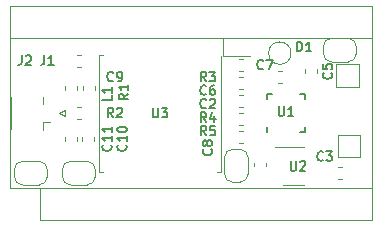
<source format=gbr>
%TF.GenerationSoftware,KiCad,Pcbnew,5.1.9+dfsg1-1~bpo10+1*%
%TF.CreationDate,Date%
%TF.ProjectId,POS,504f532e-6b69-4636-9164-5f7063625858,v3.4*%
%TF.SameCoordinates,Original*%
%TF.FileFunction,Legend,Top*%
%TF.FilePolarity,Positive*%
%FSLAX46Y46*%
G04 Gerber Fmt 4.6, Leading zero omitted, Abs format (unit mm)*
G04 Created by KiCad*
%MOMM*%
%LPD*%
G01*
G04 APERTURE LIST*
%ADD10C,0.120000*%
%ADD11C,0.150000*%
%ADD12C,0.200000*%
G04 APERTURE END LIST*
D10*
%TO.C,R5*%
X18125221Y6098000D02*
X18450779Y6098000D01*
X18125221Y5078000D02*
X18450779Y5078000D01*
%TO.C,R4*%
X18125221Y7622000D02*
X18450779Y7622000D01*
X18125221Y6602000D02*
X18450779Y6602000D01*
%TO.C,R3*%
X18450779Y11174000D02*
X18125221Y11174000D01*
X18450779Y12194000D02*
X18125221Y12194000D01*
%TO.C,R2*%
X4409221Y8130000D02*
X4734779Y8130000D01*
X4409221Y7110000D02*
X4734779Y7110000D01*
%TO.C,R1*%
X5971000Y9941779D02*
X5971000Y9616221D01*
X4951000Y9941779D02*
X4951000Y9616221D01*
%TO.C,L1*%
X4447000Y9941779D02*
X4447000Y9616221D01*
X3427000Y9941779D02*
X3427000Y9616221D01*
%TO.C,C11*%
X4447000Y5623779D02*
X4447000Y5298221D01*
X3427000Y5623779D02*
X3427000Y5298221D01*
%TO.C,C10*%
X5844000Y5623779D02*
X5844000Y5298221D01*
X4824000Y5623779D02*
X4824000Y5298221D01*
%TO.C,C9*%
X4757779Y11555000D02*
X4432221Y11555000D01*
X4757779Y12575000D02*
X4432221Y12575000D01*
%TO.C,C7*%
X21752779Y10158000D02*
X21427221Y10158000D01*
X21752779Y11178000D02*
X21427221Y11178000D01*
%TO.C,C6*%
X18450779Y9650000D02*
X18125221Y9650000D01*
X18450779Y10670000D02*
X18125221Y10670000D01*
%TO.C,C5*%
X23747000Y11013221D02*
X23747000Y11338779D01*
X24767000Y11013221D02*
X24767000Y11338779D01*
%TO.C,C3*%
X26507221Y3050000D02*
X26832779Y3050000D01*
X26507221Y2030000D02*
X26832779Y2030000D01*
%TO.C,C2*%
X18450779Y8126000D02*
X18125221Y8126000D01*
X18450779Y9146000D02*
X18125221Y9146000D01*
%TO.C,A1*%
X1270000Y-1420000D02*
X29360000Y-1420000D01*
X-1270000Y13970000D02*
X29360000Y13970000D01*
X1270000Y1270000D02*
X1270000Y-1420000D01*
X-1270000Y1270000D02*
X29360000Y1270000D01*
X29360000Y-1420000D02*
X29360000Y16660000D01*
X29360000Y16660000D02*
X-1270000Y16660000D01*
X-1270000Y16660000D02*
X-1270000Y1270000D01*
%TO.C,U2*%
X21833000Y1504000D02*
X23633000Y1504000D01*
X23633000Y4724000D02*
X21183000Y4724000D01*
%TO.C,TP4*%
X22540000Y12700000D02*
G75*
G03*
X22540000Y12700000I-950000J0D01*
G01*
%TO.C,JP1*%
X25270000Y12654000D02*
X25270000Y13254000D01*
X27370000Y11954000D02*
X25970000Y11954000D01*
X28070000Y13254000D02*
X28070000Y12654000D01*
X25970000Y13954000D02*
X27370000Y13954000D01*
X25270000Y13254000D02*
G75*
G02*
X25970000Y13954000I700000J0D01*
G01*
X25970000Y11954000D02*
G75*
G02*
X25270000Y12654000I0J700000D01*
G01*
X28070000Y12654000D02*
G75*
G02*
X27370000Y11954000I-700000J0D01*
G01*
X27370000Y13954000D02*
G75*
G02*
X28070000Y13254000I0J-700000D01*
G01*
%TO.C,JP3*%
X5972000Y2840000D02*
X5972000Y2240000D01*
X3872000Y3540000D02*
X5272000Y3540000D01*
X3172000Y2240000D02*
X3172000Y2840000D01*
X5272000Y1540000D02*
X3872000Y1540000D01*
X5972000Y2240000D02*
G75*
G02*
X5272000Y1540000I-700000J0D01*
G01*
X5272000Y3540000D02*
G75*
G02*
X5972000Y2840000I0J-700000D01*
G01*
X3172000Y2840000D02*
G75*
G02*
X3872000Y3540000I700000J0D01*
G01*
X3872000Y1540000D02*
G75*
G02*
X3172000Y2240000I0J700000D01*
G01*
%TO.C,JP4*%
X18207000Y1775000D02*
X17607000Y1775000D01*
X18907000Y3875000D02*
X18907000Y2475000D01*
X17607000Y4575000D02*
X18207000Y4575000D01*
X16907000Y2475000D02*
X16907000Y3875000D01*
X17607000Y1775000D02*
G75*
G02*
X16907000Y2475000I0J700000D01*
G01*
X18907000Y2475000D02*
G75*
G02*
X18207000Y1775000I-700000J0D01*
G01*
X18207000Y4575000D02*
G75*
G02*
X18907000Y3875000I0J-700000D01*
G01*
X16907000Y3875000D02*
G75*
G02*
X17607000Y4575000I700000J0D01*
G01*
%TO.C,TP6*%
X26482000Y5776000D02*
X28382000Y5776000D01*
X28382000Y5776000D02*
X28382000Y3876000D01*
X28382000Y3876000D02*
X26482000Y3876000D01*
X26482000Y3876000D02*
X26482000Y5776000D01*
%TO.C,TP5*%
X28255000Y11745000D02*
X28255000Y9845000D01*
X28255000Y9845000D02*
X26355000Y9845000D01*
X26355000Y9845000D02*
X26355000Y11745000D01*
X26355000Y11745000D02*
X28255000Y11745000D01*
D11*
%TO.C,U1*%
X20498000Y6020000D02*
X20498000Y6420000D01*
X20498000Y9220000D02*
X20498000Y8820000D01*
X20498000Y9220000D02*
X20898000Y9220000D01*
X23698000Y9220000D02*
X23698000Y8820000D01*
X23698000Y9220000D02*
X23298000Y9220000D01*
X23698000Y6020000D02*
X23698000Y6420000D01*
X23698000Y6020000D02*
X23298000Y6020000D01*
D10*
%TO.C,JP2*%
X1908000Y2840000D02*
X1908000Y2240000D01*
X-192000Y3540000D02*
X1208000Y3540000D01*
X-892000Y2240000D02*
X-892000Y2840000D01*
X1208000Y1540000D02*
X-192000Y1540000D01*
X1908000Y2240000D02*
G75*
G02*
X1208000Y1540000I-700000J0D01*
G01*
X1208000Y3540000D02*
G75*
G02*
X1908000Y2840000I0J-700000D01*
G01*
X-892000Y2840000D02*
G75*
G02*
X-192000Y3540000I700000J0D01*
G01*
X-192000Y1540000D02*
G75*
G02*
X-892000Y2240000I0J700000D01*
G01*
%TO.C,J1*%
X1520000Y6220000D02*
X1520000Y6860000D01*
X1520000Y9020000D02*
X1520000Y8380000D01*
X1520000Y6860000D02*
X2150000Y6860000D01*
X-1200000Y6270000D02*
X-1200000Y8970000D01*
%TO.C,D1*%
X19088000Y13943000D02*
X16803000Y13943000D01*
X16803000Y13943000D02*
X16803000Y12473000D01*
X16803000Y12473000D02*
X19088000Y12473000D01*
%TO.C,C8*%
X20449000Y3439279D02*
X20449000Y3113721D01*
X19429000Y3439279D02*
X19429000Y3113721D01*
%TO.C,J2*%
X3395000Y7870000D02*
X2895000Y7620000D01*
X3395000Y7370000D02*
X3395000Y7870000D01*
X2895000Y7620000D02*
X3395000Y7370000D01*
%TO.C,U3*%
X16590000Y2660000D02*
X16250000Y2660000D01*
X6610000Y12580000D02*
X6270000Y12580000D01*
X6610000Y2660000D02*
X6270000Y2660000D01*
X6270000Y12580000D02*
X6270000Y2660000D01*
X16590000Y12470000D02*
X16590000Y2660000D01*
%TD*%
%TO.C,R5*%
D12*
X15360666Y5734096D02*
X15094000Y6115048D01*
X14903523Y5734096D02*
X14903523Y6534096D01*
X15208285Y6534096D01*
X15284476Y6496000D01*
X15322571Y6457905D01*
X15360666Y6381715D01*
X15360666Y6267429D01*
X15322571Y6191239D01*
X15284476Y6153143D01*
X15208285Y6115048D01*
X14903523Y6115048D01*
X16084476Y6534096D02*
X15703523Y6534096D01*
X15665428Y6153143D01*
X15703523Y6191239D01*
X15779714Y6229334D01*
X15970190Y6229334D01*
X16046380Y6191239D01*
X16084476Y6153143D01*
X16122571Y6076953D01*
X16122571Y5886477D01*
X16084476Y5810286D01*
X16046380Y5772191D01*
X15970190Y5734096D01*
X15779714Y5734096D01*
X15703523Y5772191D01*
X15665428Y5810286D01*
%TO.C,R4*%
X15360666Y6877096D02*
X15094000Y7258048D01*
X14903523Y6877096D02*
X14903523Y7677096D01*
X15208285Y7677096D01*
X15284476Y7639000D01*
X15322571Y7600905D01*
X15360666Y7524715D01*
X15360666Y7410429D01*
X15322571Y7334239D01*
X15284476Y7296143D01*
X15208285Y7258048D01*
X14903523Y7258048D01*
X16046380Y7410429D02*
X16046380Y6877096D01*
X15855904Y7715191D02*
X15665428Y7143762D01*
X16160666Y7143762D01*
%TO.C,R3*%
X15360666Y10306096D02*
X15094000Y10687048D01*
X14903523Y10306096D02*
X14903523Y11106096D01*
X15208285Y11106096D01*
X15284476Y11068000D01*
X15322571Y11029905D01*
X15360666Y10953715D01*
X15360666Y10839429D01*
X15322571Y10763239D01*
X15284476Y10725143D01*
X15208285Y10687048D01*
X14903523Y10687048D01*
X15627333Y11106096D02*
X16122571Y11106096D01*
X15855904Y10801334D01*
X15970190Y10801334D01*
X16046380Y10763239D01*
X16084476Y10725143D01*
X16122571Y10648953D01*
X16122571Y10458477D01*
X16084476Y10382286D01*
X16046380Y10344191D01*
X15970190Y10306096D01*
X15741619Y10306096D01*
X15665428Y10344191D01*
X15627333Y10382286D01*
%TO.C,R2*%
X7486666Y7258096D02*
X7220000Y7639048D01*
X7029523Y7258096D02*
X7029523Y8058096D01*
X7334285Y8058096D01*
X7410476Y8020000D01*
X7448571Y7981905D01*
X7486666Y7905715D01*
X7486666Y7791429D01*
X7448571Y7715239D01*
X7410476Y7677143D01*
X7334285Y7639048D01*
X7029523Y7639048D01*
X7791428Y7981905D02*
X7829523Y8020000D01*
X7905714Y8058096D01*
X8096190Y8058096D01*
X8172380Y8020000D01*
X8210476Y7981905D01*
X8248571Y7905715D01*
X8248571Y7829524D01*
X8210476Y7715239D01*
X7753333Y7258096D01*
X8248571Y7258096D01*
%TO.C,R1*%
X8743904Y9264667D02*
X8362952Y8998000D01*
X8743904Y8807524D02*
X7943904Y8807524D01*
X7943904Y9112286D01*
X7982000Y9188477D01*
X8020095Y9226572D01*
X8096285Y9264667D01*
X8210571Y9264667D01*
X8286761Y9226572D01*
X8324857Y9188477D01*
X8362952Y9112286D01*
X8362952Y8807524D01*
X8743904Y10026572D02*
X8743904Y9569429D01*
X8743904Y9798000D02*
X7943904Y9798000D01*
X8058190Y9721810D01*
X8134380Y9645620D01*
X8172476Y9569429D01*
%TO.C,L1*%
X7346904Y9137667D02*
X7346904Y8756715D01*
X6546904Y8756715D01*
X7346904Y9823381D02*
X7346904Y9366239D01*
X7346904Y9594810D02*
X6546904Y9594810D01*
X6661190Y9518620D01*
X6737380Y9442429D01*
X6775476Y9366239D01*
%TO.C,C11*%
X7270714Y4946715D02*
X7308809Y4908620D01*
X7346904Y4794334D01*
X7346904Y4718143D01*
X7308809Y4603858D01*
X7232619Y4527667D01*
X7156428Y4489572D01*
X7004047Y4451477D01*
X6889761Y4451477D01*
X6737380Y4489572D01*
X6661190Y4527667D01*
X6585000Y4603858D01*
X6546904Y4718143D01*
X6546904Y4794334D01*
X6585000Y4908620D01*
X6623095Y4946715D01*
X7346904Y5708620D02*
X7346904Y5251477D01*
X7346904Y5480048D02*
X6546904Y5480048D01*
X6661190Y5403858D01*
X6737380Y5327667D01*
X6775476Y5251477D01*
X7346904Y6470524D02*
X7346904Y6013381D01*
X7346904Y6241953D02*
X6546904Y6241953D01*
X6661190Y6165762D01*
X6737380Y6089572D01*
X6775476Y6013381D01*
%TO.C,C10*%
X8540714Y4946715D02*
X8578809Y4908620D01*
X8616904Y4794334D01*
X8616904Y4718143D01*
X8578809Y4603858D01*
X8502619Y4527667D01*
X8426428Y4489572D01*
X8274047Y4451477D01*
X8159761Y4451477D01*
X8007380Y4489572D01*
X7931190Y4527667D01*
X7855000Y4603858D01*
X7816904Y4718143D01*
X7816904Y4794334D01*
X7855000Y4908620D01*
X7893095Y4946715D01*
X8616904Y5708620D02*
X8616904Y5251477D01*
X8616904Y5480048D02*
X7816904Y5480048D01*
X7931190Y5403858D01*
X8007380Y5327667D01*
X8045476Y5251477D01*
X7816904Y6203858D02*
X7816904Y6280048D01*
X7855000Y6356239D01*
X7893095Y6394334D01*
X7969285Y6432429D01*
X8121666Y6470524D01*
X8312142Y6470524D01*
X8464523Y6432429D01*
X8540714Y6394334D01*
X8578809Y6356239D01*
X8616904Y6280048D01*
X8616904Y6203858D01*
X8578809Y6127667D01*
X8540714Y6089572D01*
X8464523Y6051477D01*
X8312142Y6013381D01*
X8121666Y6013381D01*
X7969285Y6051477D01*
X7893095Y6089572D01*
X7855000Y6127667D01*
X7816904Y6203858D01*
%TO.C,C9*%
X7486666Y10382286D02*
X7448571Y10344191D01*
X7334285Y10306096D01*
X7258095Y10306096D01*
X7143809Y10344191D01*
X7067619Y10420381D01*
X7029523Y10496572D01*
X6991428Y10648953D01*
X6991428Y10763239D01*
X7029523Y10915620D01*
X7067619Y10991810D01*
X7143809Y11068000D01*
X7258095Y11106096D01*
X7334285Y11106096D01*
X7448571Y11068000D01*
X7486666Y11029905D01*
X7867619Y10306096D02*
X8020000Y10306096D01*
X8096190Y10344191D01*
X8134285Y10382286D01*
X8210476Y10496572D01*
X8248571Y10648953D01*
X8248571Y10953715D01*
X8210476Y11029905D01*
X8172380Y11068000D01*
X8096190Y11106096D01*
X7943809Y11106096D01*
X7867619Y11068000D01*
X7829523Y11029905D01*
X7791428Y10953715D01*
X7791428Y10763239D01*
X7829523Y10687048D01*
X7867619Y10648953D01*
X7943809Y10610858D01*
X8096190Y10610858D01*
X8172380Y10648953D01*
X8210476Y10687048D01*
X8248571Y10763239D01*
%TO.C,C7*%
X20186666Y11398286D02*
X20148571Y11360191D01*
X20034285Y11322096D01*
X19958095Y11322096D01*
X19843809Y11360191D01*
X19767619Y11436381D01*
X19729523Y11512572D01*
X19691428Y11664953D01*
X19691428Y11779239D01*
X19729523Y11931620D01*
X19767619Y12007810D01*
X19843809Y12084000D01*
X19958095Y12122096D01*
X20034285Y12122096D01*
X20148571Y12084000D01*
X20186666Y12045905D01*
X20453333Y12122096D02*
X20986666Y12122096D01*
X20643809Y11322096D01*
%TO.C,C6*%
X15360666Y9239286D02*
X15322571Y9201191D01*
X15208285Y9163096D01*
X15132095Y9163096D01*
X15017809Y9201191D01*
X14941619Y9277381D01*
X14903523Y9353572D01*
X14865428Y9505953D01*
X14865428Y9620239D01*
X14903523Y9772620D01*
X14941619Y9848810D01*
X15017809Y9925000D01*
X15132095Y9963096D01*
X15208285Y9963096D01*
X15322571Y9925000D01*
X15360666Y9886905D01*
X16046380Y9963096D02*
X15894000Y9963096D01*
X15817809Y9925000D01*
X15779714Y9886905D01*
X15703523Y9772620D01*
X15665428Y9620239D01*
X15665428Y9315477D01*
X15703523Y9239286D01*
X15741619Y9201191D01*
X15817809Y9163096D01*
X15970190Y9163096D01*
X16046380Y9201191D01*
X16084476Y9239286D01*
X16122571Y9315477D01*
X16122571Y9505953D01*
X16084476Y9582143D01*
X16046380Y9620239D01*
X15970190Y9658334D01*
X15817809Y9658334D01*
X15741619Y9620239D01*
X15703523Y9582143D01*
X15665428Y9505953D01*
%TO.C,C5*%
X25939714Y11042667D02*
X25977809Y11004572D01*
X26015904Y10890286D01*
X26015904Y10814096D01*
X25977809Y10699810D01*
X25901619Y10623620D01*
X25825428Y10585524D01*
X25673047Y10547429D01*
X25558761Y10547429D01*
X25406380Y10585524D01*
X25330190Y10623620D01*
X25254000Y10699810D01*
X25215904Y10814096D01*
X25215904Y10890286D01*
X25254000Y11004572D01*
X25292095Y11042667D01*
X25215904Y11766477D02*
X25215904Y11385524D01*
X25596857Y11347429D01*
X25558761Y11385524D01*
X25520666Y11461715D01*
X25520666Y11652191D01*
X25558761Y11728381D01*
X25596857Y11766477D01*
X25673047Y11804572D01*
X25863523Y11804572D01*
X25939714Y11766477D01*
X25977809Y11728381D01*
X26015904Y11652191D01*
X26015904Y11461715D01*
X25977809Y11385524D01*
X25939714Y11347429D01*
%TO.C,C3*%
X25266666Y3651286D02*
X25228571Y3613191D01*
X25114285Y3575096D01*
X25038095Y3575096D01*
X24923809Y3613191D01*
X24847619Y3689381D01*
X24809523Y3765572D01*
X24771428Y3917953D01*
X24771428Y4032239D01*
X24809523Y4184620D01*
X24847619Y4260810D01*
X24923809Y4337000D01*
X25038095Y4375096D01*
X25114285Y4375096D01*
X25228571Y4337000D01*
X25266666Y4298905D01*
X25533333Y4375096D02*
X26028571Y4375096D01*
X25761904Y4070334D01*
X25876190Y4070334D01*
X25952380Y4032239D01*
X25990476Y3994143D01*
X26028571Y3917953D01*
X26028571Y3727477D01*
X25990476Y3651286D01*
X25952380Y3613191D01*
X25876190Y3575096D01*
X25647619Y3575096D01*
X25571428Y3613191D01*
X25533333Y3651286D01*
%TO.C,C2*%
X15360666Y8096286D02*
X15322571Y8058191D01*
X15208285Y8020096D01*
X15132095Y8020096D01*
X15017809Y8058191D01*
X14941619Y8134381D01*
X14903523Y8210572D01*
X14865428Y8362953D01*
X14865428Y8477239D01*
X14903523Y8629620D01*
X14941619Y8705810D01*
X15017809Y8782000D01*
X15132095Y8820096D01*
X15208285Y8820096D01*
X15322571Y8782000D01*
X15360666Y8743905D01*
X15665428Y8743905D02*
X15703523Y8782000D01*
X15779714Y8820096D01*
X15970190Y8820096D01*
X16046380Y8782000D01*
X16084476Y8743905D01*
X16122571Y8667715D01*
X16122571Y8591524D01*
X16084476Y8477239D01*
X15627333Y8020096D01*
X16122571Y8020096D01*
%TO.C,U2*%
X22504476Y3552096D02*
X22504476Y2904477D01*
X22542571Y2828286D01*
X22580666Y2790191D01*
X22656857Y2752096D01*
X22809238Y2752096D01*
X22885428Y2790191D01*
X22923523Y2828286D01*
X22961619Y2904477D01*
X22961619Y3552096D01*
X23304476Y3475905D02*
X23342571Y3514000D01*
X23418761Y3552096D01*
X23609238Y3552096D01*
X23685428Y3514000D01*
X23723523Y3475905D01*
X23761619Y3399715D01*
X23761619Y3323524D01*
X23723523Y3209239D01*
X23266380Y2752096D01*
X23761619Y2752096D01*
%TO.C,U1*%
X21488476Y8185096D02*
X21488476Y7537477D01*
X21526571Y7461286D01*
X21564666Y7423191D01*
X21640857Y7385096D01*
X21793238Y7385096D01*
X21869428Y7423191D01*
X21907523Y7461286D01*
X21945619Y7537477D01*
X21945619Y8185096D01*
X22745619Y7385096D02*
X22288476Y7385096D01*
X22517047Y7385096D02*
X22517047Y8185096D01*
X22440857Y8070810D01*
X22364666Y7994620D01*
X22288476Y7956524D01*
%TO.C,J1*%
X1638333Y12503096D02*
X1638333Y11931667D01*
X1600238Y11817381D01*
X1524047Y11741191D01*
X1409761Y11703096D01*
X1333571Y11703096D01*
X2438333Y11703096D02*
X1981190Y11703096D01*
X2209761Y11703096D02*
X2209761Y12503096D01*
X2133571Y12388810D01*
X2057380Y12312620D01*
X1981190Y12274524D01*
%TO.C,D1*%
X23031523Y12846096D02*
X23031523Y13646096D01*
X23222000Y13646096D01*
X23336285Y13608000D01*
X23412476Y13531810D01*
X23450571Y13455620D01*
X23488666Y13303239D01*
X23488666Y13188953D01*
X23450571Y13036572D01*
X23412476Y12960381D01*
X23336285Y12884191D01*
X23222000Y12846096D01*
X23031523Y12846096D01*
X24250571Y12846096D02*
X23793428Y12846096D01*
X24022000Y12846096D02*
X24022000Y13646096D01*
X23945809Y13531810D01*
X23869619Y13455620D01*
X23793428Y13417524D01*
%TO.C,C8*%
X15779714Y4565667D02*
X15817809Y4527572D01*
X15855904Y4413286D01*
X15855904Y4337096D01*
X15817809Y4222810D01*
X15741619Y4146620D01*
X15665428Y4108524D01*
X15513047Y4070429D01*
X15398761Y4070429D01*
X15246380Y4108524D01*
X15170190Y4146620D01*
X15094000Y4222810D01*
X15055904Y4337096D01*
X15055904Y4413286D01*
X15094000Y4527572D01*
X15132095Y4565667D01*
X15398761Y5022810D02*
X15360666Y4946620D01*
X15322571Y4908524D01*
X15246380Y4870429D01*
X15208285Y4870429D01*
X15132095Y4908524D01*
X15094000Y4946620D01*
X15055904Y5022810D01*
X15055904Y5175191D01*
X15094000Y5251381D01*
X15132095Y5289477D01*
X15208285Y5327572D01*
X15246380Y5327572D01*
X15322571Y5289477D01*
X15360666Y5251381D01*
X15398761Y5175191D01*
X15398761Y5022810D01*
X15436857Y4946620D01*
X15474952Y4908524D01*
X15551142Y4870429D01*
X15703523Y4870429D01*
X15779714Y4908524D01*
X15817809Y4946620D01*
X15855904Y5022810D01*
X15855904Y5175191D01*
X15817809Y5251381D01*
X15779714Y5289477D01*
X15703523Y5327572D01*
X15551142Y5327572D01*
X15474952Y5289477D01*
X15436857Y5251381D01*
X15398761Y5175191D01*
%TO.C,J2*%
X-266667Y12503096D02*
X-266667Y11931667D01*
X-304762Y11817381D01*
X-380953Y11741191D01*
X-495239Y11703096D01*
X-571429Y11703096D01*
X76190Y12426905D02*
X114285Y12465000D01*
X190476Y12503096D01*
X380952Y12503096D01*
X457142Y12465000D01*
X495238Y12426905D01*
X533333Y12350715D01*
X533333Y12274524D01*
X495238Y12160239D01*
X38095Y11703096D01*
X533333Y11703096D01*
%TO.C,U3*%
X10820476Y8058096D02*
X10820476Y7410477D01*
X10858571Y7334286D01*
X10896666Y7296191D01*
X10972857Y7258096D01*
X11125238Y7258096D01*
X11201428Y7296191D01*
X11239523Y7334286D01*
X11277619Y7410477D01*
X11277619Y8058096D01*
X11582380Y8058096D02*
X12077619Y8058096D01*
X11810952Y7753334D01*
X11925238Y7753334D01*
X12001428Y7715239D01*
X12039523Y7677143D01*
X12077619Y7600953D01*
X12077619Y7410477D01*
X12039523Y7334286D01*
X12001428Y7296191D01*
X11925238Y7258096D01*
X11696666Y7258096D01*
X11620476Y7296191D01*
X11582380Y7334286D01*
%TD*%
M02*

</source>
